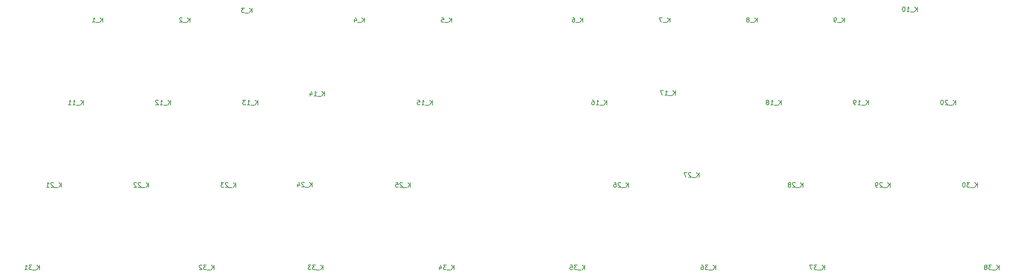
<source format=gbr>
G04 #@! TF.GenerationSoftware,KiCad,Pcbnew,5.1.6-c6e7f7d~87~ubuntu20.04.1*
G04 #@! TF.CreationDate,2021-06-15T12:00:34-07:00*
G04 #@! TF.ProjectId,ergo-Plate,6572676f-2d50-46c6-9174-652e6b696361,rev?*
G04 #@! TF.SameCoordinates,Original*
G04 #@! TF.FileFunction,Legend,Bot*
G04 #@! TF.FilePolarity,Positive*
%FSLAX46Y46*%
G04 Gerber Fmt 4.6, Leading zero omitted, Abs format (unit mm)*
G04 Created by KiCad (PCBNEW 5.1.6-c6e7f7d~87~ubuntu20.04.1) date 2021-06-15 12:00:34*
%MOMM*%
%LPD*%
G01*
G04 APERTURE LIST*
%ADD10C,0.150000*%
G04 APERTURE END LIST*
D10*
X216514798Y-30378660D02*
X216514798Y-29378660D01*
X215943369Y-30378660D02*
X216371940Y-29807232D01*
X215943369Y-29378660D02*
X216514798Y-29950089D01*
X215752893Y-30473899D02*
X214990988Y-30473899D01*
X214229083Y-30378660D02*
X214800512Y-30378660D01*
X214514798Y-30378660D02*
X214514798Y-29378660D01*
X214610036Y-29521518D01*
X214705274Y-29616756D01*
X214800512Y-29664375D01*
X213610036Y-29378660D02*
X213514798Y-29378660D01*
X213419560Y-29426280D01*
X213371940Y-29473899D01*
X213324321Y-29569137D01*
X213276702Y-29759613D01*
X213276702Y-29997708D01*
X213324321Y-30188184D01*
X213371940Y-30283422D01*
X213419560Y-30331041D01*
X213514798Y-30378660D01*
X213610036Y-30378660D01*
X213705274Y-30331041D01*
X213752893Y-30283422D01*
X213800512Y-30188184D01*
X213848131Y-29997708D01*
X213848131Y-29759613D01*
X213800512Y-29569137D01*
X213752893Y-29473899D01*
X213705274Y-29426280D01*
X213610036Y-29378660D01*
X234406558Y-86877700D02*
X234406558Y-85877700D01*
X233835129Y-86877700D02*
X234263700Y-86306272D01*
X233835129Y-85877700D02*
X234406558Y-86449129D01*
X233644653Y-86972939D02*
X232882748Y-86972939D01*
X232739891Y-85877700D02*
X232120843Y-85877700D01*
X232454177Y-86258653D01*
X232311320Y-86258653D01*
X232216081Y-86306272D01*
X232168462Y-86353891D01*
X232120843Y-86449129D01*
X232120843Y-86687224D01*
X232168462Y-86782462D01*
X232216081Y-86830081D01*
X232311320Y-86877700D01*
X232597034Y-86877700D01*
X232692272Y-86830081D01*
X232739891Y-86782462D01*
X231549415Y-86306272D02*
X231644653Y-86258653D01*
X231692272Y-86211034D01*
X231739891Y-86115796D01*
X231739891Y-86068177D01*
X231692272Y-85972939D01*
X231644653Y-85925320D01*
X231549415Y-85877700D01*
X231358939Y-85877700D01*
X231263700Y-85925320D01*
X231216081Y-85972939D01*
X231168462Y-86068177D01*
X231168462Y-86115796D01*
X231216081Y-86211034D01*
X231263700Y-86258653D01*
X231358939Y-86306272D01*
X231549415Y-86306272D01*
X231644653Y-86353891D01*
X231692272Y-86401510D01*
X231739891Y-86496748D01*
X231739891Y-86687224D01*
X231692272Y-86782462D01*
X231644653Y-86830081D01*
X231549415Y-86877700D01*
X231358939Y-86877700D01*
X231263700Y-86830081D01*
X231216081Y-86782462D01*
X231168462Y-86687224D01*
X231168462Y-86496748D01*
X231216081Y-86401510D01*
X231263700Y-86353891D01*
X231358939Y-86306272D01*
X86769098Y-86877700D02*
X86769098Y-85877700D01*
X86197669Y-86877700D02*
X86626240Y-86306272D01*
X86197669Y-85877700D02*
X86769098Y-86449129D01*
X86007193Y-86972939D02*
X85245288Y-86972939D01*
X85102431Y-85877700D02*
X84483383Y-85877700D01*
X84816717Y-86258653D01*
X84673860Y-86258653D01*
X84578621Y-86306272D01*
X84531002Y-86353891D01*
X84483383Y-86449129D01*
X84483383Y-86687224D01*
X84531002Y-86782462D01*
X84578621Y-86830081D01*
X84673860Y-86877700D01*
X84959574Y-86877700D01*
X85054812Y-86830081D01*
X85102431Y-86782462D01*
X84150050Y-85877700D02*
X83531002Y-85877700D01*
X83864336Y-86258653D01*
X83721479Y-86258653D01*
X83626240Y-86306272D01*
X83578621Y-86353891D01*
X83531002Y-86449129D01*
X83531002Y-86687224D01*
X83578621Y-86782462D01*
X83626240Y-86830081D01*
X83721479Y-86877700D01*
X84007193Y-86877700D01*
X84102431Y-86830081D01*
X84150050Y-86782462D01*
X24856558Y-86877700D02*
X24856558Y-85877700D01*
X24285129Y-86877700D02*
X24713700Y-86306272D01*
X24285129Y-85877700D02*
X24856558Y-86449129D01*
X24094653Y-86972939D02*
X23332748Y-86972939D01*
X23189891Y-85877700D02*
X22570843Y-85877700D01*
X22904177Y-86258653D01*
X22761320Y-86258653D01*
X22666081Y-86306272D01*
X22618462Y-86353891D01*
X22570843Y-86449129D01*
X22570843Y-86687224D01*
X22618462Y-86782462D01*
X22666081Y-86830081D01*
X22761320Y-86877700D01*
X23047034Y-86877700D01*
X23142272Y-86830081D01*
X23189891Y-86782462D01*
X21618462Y-86877700D02*
X22189891Y-86877700D01*
X21904177Y-86877700D02*
X21904177Y-85877700D01*
X21999415Y-86020558D01*
X22094653Y-86115796D01*
X22189891Y-86163415D01*
X72481558Y-50777700D02*
X72481558Y-49777700D01*
X71910129Y-50777700D02*
X72338700Y-50206272D01*
X71910129Y-49777700D02*
X72481558Y-50349129D01*
X71719653Y-50872939D02*
X70957748Y-50872939D01*
X70195843Y-50777700D02*
X70767272Y-50777700D01*
X70481558Y-50777700D02*
X70481558Y-49777700D01*
X70576796Y-49920558D01*
X70672034Y-50015796D01*
X70767272Y-50063415D01*
X69862510Y-49777700D02*
X69243462Y-49777700D01*
X69576796Y-50158653D01*
X69433939Y-50158653D01*
X69338700Y-50206272D01*
X69291081Y-50253891D01*
X69243462Y-50349129D01*
X69243462Y-50587224D01*
X69291081Y-50682462D01*
X69338700Y-50730081D01*
X69433939Y-50777700D01*
X69719653Y-50777700D01*
X69814891Y-50730081D01*
X69862510Y-50682462D01*
X162492867Y-32727700D02*
X162492867Y-31727700D01*
X161921439Y-32727700D02*
X162350010Y-32156272D01*
X161921439Y-31727700D02*
X162492867Y-32299129D01*
X161730962Y-32822939D02*
X160969058Y-32822939D01*
X160826200Y-31727700D02*
X160159534Y-31727700D01*
X160588105Y-32727700D01*
X224881558Y-50777700D02*
X224881558Y-49777700D01*
X224310129Y-50777700D02*
X224738700Y-50206272D01*
X224310129Y-49777700D02*
X224881558Y-50349129D01*
X224119653Y-50872939D02*
X223357748Y-50872939D01*
X223167272Y-49872939D02*
X223119653Y-49825320D01*
X223024415Y-49777700D01*
X222786320Y-49777700D01*
X222691081Y-49825320D01*
X222643462Y-49872939D01*
X222595843Y-49968177D01*
X222595843Y-50063415D01*
X222643462Y-50206272D01*
X223214891Y-50777700D01*
X222595843Y-50777700D01*
X221976796Y-49777700D02*
X221881558Y-49777700D01*
X221786320Y-49825320D01*
X221738700Y-49872939D01*
X221691081Y-49968177D01*
X221643462Y-50158653D01*
X221643462Y-50396748D01*
X221691081Y-50587224D01*
X221738700Y-50682462D01*
X221786320Y-50730081D01*
X221881558Y-50777700D01*
X221976796Y-50777700D01*
X222072034Y-50730081D01*
X222119653Y-50682462D01*
X222167272Y-50587224D01*
X222214891Y-50396748D01*
X222214891Y-50158653D01*
X222167272Y-49968177D01*
X222119653Y-49872939D01*
X222072034Y-49825320D01*
X221976796Y-49777700D01*
X196306558Y-86877700D02*
X196306558Y-85877700D01*
X195735129Y-86877700D02*
X196163700Y-86306272D01*
X195735129Y-85877700D02*
X196306558Y-86449129D01*
X195544653Y-86972939D02*
X194782748Y-86972939D01*
X194639891Y-85877700D02*
X194020843Y-85877700D01*
X194354177Y-86258653D01*
X194211320Y-86258653D01*
X194116081Y-86306272D01*
X194068462Y-86353891D01*
X194020843Y-86449129D01*
X194020843Y-86687224D01*
X194068462Y-86782462D01*
X194116081Y-86830081D01*
X194211320Y-86877700D01*
X194497034Y-86877700D01*
X194592272Y-86830081D01*
X194639891Y-86782462D01*
X193687510Y-85877700D02*
X193020843Y-85877700D01*
X193449415Y-86877700D01*
X172494058Y-86877700D02*
X172494058Y-85877700D01*
X171922629Y-86877700D02*
X172351200Y-86306272D01*
X171922629Y-85877700D02*
X172494058Y-86449129D01*
X171732153Y-86972939D02*
X170970248Y-86972939D01*
X170827391Y-85877700D02*
X170208343Y-85877700D01*
X170541677Y-86258653D01*
X170398820Y-86258653D01*
X170303581Y-86306272D01*
X170255962Y-86353891D01*
X170208343Y-86449129D01*
X170208343Y-86687224D01*
X170255962Y-86782462D01*
X170303581Y-86830081D01*
X170398820Y-86877700D01*
X170684534Y-86877700D01*
X170779772Y-86830081D01*
X170827391Y-86782462D01*
X169351200Y-85877700D02*
X169541677Y-85877700D01*
X169636915Y-85925320D01*
X169684534Y-85972939D01*
X169779772Y-86115796D01*
X169827391Y-86306272D01*
X169827391Y-86687224D01*
X169779772Y-86782462D01*
X169732153Y-86830081D01*
X169636915Y-86877700D01*
X169446439Y-86877700D01*
X169351200Y-86830081D01*
X169303581Y-86782462D01*
X169255962Y-86687224D01*
X169255962Y-86449129D01*
X169303581Y-86353891D01*
X169351200Y-86306272D01*
X169446439Y-86258653D01*
X169636915Y-86258653D01*
X169732153Y-86306272D01*
X169779772Y-86353891D01*
X169827391Y-86449129D01*
X143919098Y-86877700D02*
X143919098Y-85877700D01*
X143347669Y-86877700D02*
X143776240Y-86306272D01*
X143347669Y-85877700D02*
X143919098Y-86449129D01*
X143157193Y-86972939D02*
X142395288Y-86972939D01*
X142252431Y-85877700D02*
X141633383Y-85877700D01*
X141966717Y-86258653D01*
X141823860Y-86258653D01*
X141728621Y-86306272D01*
X141681002Y-86353891D01*
X141633383Y-86449129D01*
X141633383Y-86687224D01*
X141681002Y-86782462D01*
X141728621Y-86830081D01*
X141823860Y-86877700D01*
X142109574Y-86877700D01*
X142204812Y-86830081D01*
X142252431Y-86782462D01*
X140728621Y-85877700D02*
X141204812Y-85877700D01*
X141252431Y-86353891D01*
X141204812Y-86306272D01*
X141109574Y-86258653D01*
X140871479Y-86258653D01*
X140776240Y-86306272D01*
X140728621Y-86353891D01*
X140681002Y-86449129D01*
X140681002Y-86687224D01*
X140728621Y-86782462D01*
X140776240Y-86830081D01*
X140871479Y-86877700D01*
X141109574Y-86877700D01*
X141204812Y-86830081D01*
X141252431Y-86782462D01*
X115344098Y-86877700D02*
X115344098Y-85877700D01*
X114772669Y-86877700D02*
X115201240Y-86306272D01*
X114772669Y-85877700D02*
X115344098Y-86449129D01*
X114582193Y-86972939D02*
X113820288Y-86972939D01*
X113677431Y-85877700D02*
X113058383Y-85877700D01*
X113391717Y-86258653D01*
X113248860Y-86258653D01*
X113153621Y-86306272D01*
X113106002Y-86353891D01*
X113058383Y-86449129D01*
X113058383Y-86687224D01*
X113106002Y-86782462D01*
X113153621Y-86830081D01*
X113248860Y-86877700D01*
X113534574Y-86877700D01*
X113629812Y-86830081D01*
X113677431Y-86782462D01*
X112201240Y-86211034D02*
X112201240Y-86877700D01*
X112439336Y-85830081D02*
X112677431Y-86544367D01*
X112058383Y-86544367D01*
X62956598Y-86877700D02*
X62956598Y-85877700D01*
X62385169Y-86877700D02*
X62813740Y-86306272D01*
X62385169Y-85877700D02*
X62956598Y-86449129D01*
X62194693Y-86972939D02*
X61432788Y-86972939D01*
X61289931Y-85877700D02*
X60670883Y-85877700D01*
X61004217Y-86258653D01*
X60861360Y-86258653D01*
X60766121Y-86306272D01*
X60718502Y-86353891D01*
X60670883Y-86449129D01*
X60670883Y-86687224D01*
X60718502Y-86782462D01*
X60766121Y-86830081D01*
X60861360Y-86877700D01*
X61147074Y-86877700D01*
X61242312Y-86830081D01*
X61289931Y-86782462D01*
X60289931Y-85972939D02*
X60242312Y-85925320D01*
X60147074Y-85877700D01*
X59908979Y-85877700D01*
X59813740Y-85925320D01*
X59766121Y-85972939D01*
X59718502Y-86068177D01*
X59718502Y-86163415D01*
X59766121Y-86306272D01*
X60337550Y-86877700D01*
X59718502Y-86877700D01*
X229644058Y-68827700D02*
X229644058Y-67827700D01*
X229072629Y-68827700D02*
X229501200Y-68256272D01*
X229072629Y-67827700D02*
X229644058Y-68399129D01*
X228882153Y-68922939D02*
X228120248Y-68922939D01*
X227977391Y-67827700D02*
X227358343Y-67827700D01*
X227691677Y-68208653D01*
X227548820Y-68208653D01*
X227453581Y-68256272D01*
X227405962Y-68303891D01*
X227358343Y-68399129D01*
X227358343Y-68637224D01*
X227405962Y-68732462D01*
X227453581Y-68780081D01*
X227548820Y-68827700D01*
X227834534Y-68827700D01*
X227929772Y-68780081D01*
X227977391Y-68732462D01*
X226739296Y-67827700D02*
X226644058Y-67827700D01*
X226548820Y-67875320D01*
X226501200Y-67922939D01*
X226453581Y-68018177D01*
X226405962Y-68208653D01*
X226405962Y-68446748D01*
X226453581Y-68637224D01*
X226501200Y-68732462D01*
X226548820Y-68780081D01*
X226644058Y-68827700D01*
X226739296Y-68827700D01*
X226834534Y-68780081D01*
X226882153Y-68732462D01*
X226929772Y-68637224D01*
X226977391Y-68446748D01*
X226977391Y-68208653D01*
X226929772Y-68018177D01*
X226882153Y-67922939D01*
X226834534Y-67875320D01*
X226739296Y-67827700D01*
X210594058Y-68827700D02*
X210594058Y-67827700D01*
X210022629Y-68827700D02*
X210451200Y-68256272D01*
X210022629Y-67827700D02*
X210594058Y-68399129D01*
X209832153Y-68922939D02*
X209070248Y-68922939D01*
X208879772Y-67922939D02*
X208832153Y-67875320D01*
X208736915Y-67827700D01*
X208498820Y-67827700D01*
X208403581Y-67875320D01*
X208355962Y-67922939D01*
X208308343Y-68018177D01*
X208308343Y-68113415D01*
X208355962Y-68256272D01*
X208927391Y-68827700D01*
X208308343Y-68827700D01*
X207832153Y-68827700D02*
X207641677Y-68827700D01*
X207546439Y-68780081D01*
X207498820Y-68732462D01*
X207403581Y-68589605D01*
X207355962Y-68399129D01*
X207355962Y-68018177D01*
X207403581Y-67922939D01*
X207451200Y-67875320D01*
X207546439Y-67827700D01*
X207736915Y-67827700D01*
X207832153Y-67875320D01*
X207879772Y-67922939D01*
X207927391Y-68018177D01*
X207927391Y-68256272D01*
X207879772Y-68351510D01*
X207832153Y-68399129D01*
X207736915Y-68446748D01*
X207546439Y-68446748D01*
X207451200Y-68399129D01*
X207403581Y-68351510D01*
X207355962Y-68256272D01*
X191544058Y-68827700D02*
X191544058Y-67827700D01*
X190972629Y-68827700D02*
X191401200Y-68256272D01*
X190972629Y-67827700D02*
X191544058Y-68399129D01*
X190782153Y-68922939D02*
X190020248Y-68922939D01*
X189829772Y-67922939D02*
X189782153Y-67875320D01*
X189686915Y-67827700D01*
X189448820Y-67827700D01*
X189353581Y-67875320D01*
X189305962Y-67922939D01*
X189258343Y-68018177D01*
X189258343Y-68113415D01*
X189305962Y-68256272D01*
X189877391Y-68827700D01*
X189258343Y-68827700D01*
X188686915Y-68256272D02*
X188782153Y-68208653D01*
X188829772Y-68161034D01*
X188877391Y-68065796D01*
X188877391Y-68018177D01*
X188829772Y-67922939D01*
X188782153Y-67875320D01*
X188686915Y-67827700D01*
X188496439Y-67827700D01*
X188401200Y-67875320D01*
X188353581Y-67922939D01*
X188305962Y-68018177D01*
X188305962Y-68065796D01*
X188353581Y-68161034D01*
X188401200Y-68208653D01*
X188496439Y-68256272D01*
X188686915Y-68256272D01*
X188782153Y-68303891D01*
X188829772Y-68351510D01*
X188877391Y-68446748D01*
X188877391Y-68637224D01*
X188829772Y-68732462D01*
X188782153Y-68780081D01*
X188686915Y-68827700D01*
X188496439Y-68827700D01*
X188401200Y-68780081D01*
X188353581Y-68732462D01*
X188305962Y-68637224D01*
X188305962Y-68446748D01*
X188353581Y-68351510D01*
X188401200Y-68303891D01*
X188496439Y-68256272D01*
X168849158Y-66609220D02*
X168849158Y-65609220D01*
X168277729Y-66609220D02*
X168706300Y-66037792D01*
X168277729Y-65609220D02*
X168849158Y-66180649D01*
X168087253Y-66704459D02*
X167325348Y-66704459D01*
X167134872Y-65704459D02*
X167087253Y-65656840D01*
X166992015Y-65609220D01*
X166753920Y-65609220D01*
X166658681Y-65656840D01*
X166611062Y-65704459D01*
X166563443Y-65799697D01*
X166563443Y-65894935D01*
X166611062Y-66037792D01*
X167182491Y-66609220D01*
X166563443Y-66609220D01*
X166230110Y-65609220D02*
X165563443Y-65609220D01*
X165992015Y-66609220D01*
X153444058Y-68827700D02*
X153444058Y-67827700D01*
X152872629Y-68827700D02*
X153301200Y-68256272D01*
X152872629Y-67827700D02*
X153444058Y-68399129D01*
X152682153Y-68922939D02*
X151920248Y-68922939D01*
X151729772Y-67922939D02*
X151682153Y-67875320D01*
X151586915Y-67827700D01*
X151348820Y-67827700D01*
X151253581Y-67875320D01*
X151205962Y-67922939D01*
X151158343Y-68018177D01*
X151158343Y-68113415D01*
X151205962Y-68256272D01*
X151777391Y-68827700D01*
X151158343Y-68827700D01*
X150301200Y-67827700D02*
X150491677Y-67827700D01*
X150586915Y-67875320D01*
X150634534Y-67922939D01*
X150729772Y-68065796D01*
X150777391Y-68256272D01*
X150777391Y-68637224D01*
X150729772Y-68732462D01*
X150682153Y-68780081D01*
X150586915Y-68827700D01*
X150396439Y-68827700D01*
X150301200Y-68780081D01*
X150253581Y-68732462D01*
X150205962Y-68637224D01*
X150205962Y-68399129D01*
X150253581Y-68303891D01*
X150301200Y-68256272D01*
X150396439Y-68208653D01*
X150586915Y-68208653D01*
X150682153Y-68256272D01*
X150729772Y-68303891D01*
X150777391Y-68399129D01*
X105819058Y-68827700D02*
X105819058Y-67827700D01*
X105247629Y-68827700D02*
X105676200Y-68256272D01*
X105247629Y-67827700D02*
X105819058Y-68399129D01*
X105057153Y-68922939D02*
X104295248Y-68922939D01*
X104104772Y-67922939D02*
X104057153Y-67875320D01*
X103961915Y-67827700D01*
X103723820Y-67827700D01*
X103628581Y-67875320D01*
X103580962Y-67922939D01*
X103533343Y-68018177D01*
X103533343Y-68113415D01*
X103580962Y-68256272D01*
X104152391Y-68827700D01*
X103533343Y-68827700D01*
X102628581Y-67827700D02*
X103104772Y-67827700D01*
X103152391Y-68303891D01*
X103104772Y-68256272D01*
X103009534Y-68208653D01*
X102771439Y-68208653D01*
X102676200Y-68256272D01*
X102628581Y-68303891D01*
X102580962Y-68399129D01*
X102580962Y-68637224D01*
X102628581Y-68732462D01*
X102676200Y-68780081D01*
X102771439Y-68827700D01*
X103009534Y-68827700D01*
X103104772Y-68780081D01*
X103152391Y-68732462D01*
X84373838Y-68752980D02*
X84373838Y-67752980D01*
X83802409Y-68752980D02*
X84230980Y-68181552D01*
X83802409Y-67752980D02*
X84373838Y-68324409D01*
X83611933Y-68848219D02*
X82850028Y-68848219D01*
X82659552Y-67848219D02*
X82611933Y-67800600D01*
X82516695Y-67752980D01*
X82278600Y-67752980D01*
X82183361Y-67800600D01*
X82135742Y-67848219D01*
X82088123Y-67943457D01*
X82088123Y-68038695D01*
X82135742Y-68181552D01*
X82707171Y-68752980D01*
X82088123Y-68752980D01*
X81230980Y-68086314D02*
X81230980Y-68752980D01*
X81469076Y-67705361D02*
X81707171Y-68419647D01*
X81088123Y-68419647D01*
X67719058Y-68827700D02*
X67719058Y-67827700D01*
X67147629Y-68827700D02*
X67576200Y-68256272D01*
X67147629Y-67827700D02*
X67719058Y-68399129D01*
X66957153Y-68922939D02*
X66195248Y-68922939D01*
X66004772Y-67922939D02*
X65957153Y-67875320D01*
X65861915Y-67827700D01*
X65623820Y-67827700D01*
X65528581Y-67875320D01*
X65480962Y-67922939D01*
X65433343Y-68018177D01*
X65433343Y-68113415D01*
X65480962Y-68256272D01*
X66052391Y-68827700D01*
X65433343Y-68827700D01*
X65100010Y-67827700D02*
X64480962Y-67827700D01*
X64814296Y-68208653D01*
X64671439Y-68208653D01*
X64576200Y-68256272D01*
X64528581Y-68303891D01*
X64480962Y-68399129D01*
X64480962Y-68637224D01*
X64528581Y-68732462D01*
X64576200Y-68780081D01*
X64671439Y-68827700D01*
X64957153Y-68827700D01*
X65052391Y-68780081D01*
X65100010Y-68732462D01*
X48669058Y-68827700D02*
X48669058Y-67827700D01*
X48097629Y-68827700D02*
X48526200Y-68256272D01*
X48097629Y-67827700D02*
X48669058Y-68399129D01*
X47907153Y-68922939D02*
X47145248Y-68922939D01*
X46954772Y-67922939D02*
X46907153Y-67875320D01*
X46811915Y-67827700D01*
X46573820Y-67827700D01*
X46478581Y-67875320D01*
X46430962Y-67922939D01*
X46383343Y-68018177D01*
X46383343Y-68113415D01*
X46430962Y-68256272D01*
X47002391Y-68827700D01*
X46383343Y-68827700D01*
X46002391Y-67922939D02*
X45954772Y-67875320D01*
X45859534Y-67827700D01*
X45621439Y-67827700D01*
X45526200Y-67875320D01*
X45478581Y-67922939D01*
X45430962Y-68018177D01*
X45430962Y-68113415D01*
X45478581Y-68256272D01*
X46050010Y-68827700D01*
X45430962Y-68827700D01*
X29619058Y-68827700D02*
X29619058Y-67827700D01*
X29047629Y-68827700D02*
X29476200Y-68256272D01*
X29047629Y-67827700D02*
X29619058Y-68399129D01*
X28857153Y-68922939D02*
X28095248Y-68922939D01*
X27904772Y-67922939D02*
X27857153Y-67875320D01*
X27761915Y-67827700D01*
X27523820Y-67827700D01*
X27428581Y-67875320D01*
X27380962Y-67922939D01*
X27333343Y-68018177D01*
X27333343Y-68113415D01*
X27380962Y-68256272D01*
X27952391Y-68827700D01*
X27333343Y-68827700D01*
X26380962Y-68827700D02*
X26952391Y-68827700D01*
X26666677Y-68827700D02*
X26666677Y-67827700D01*
X26761915Y-67970558D01*
X26857153Y-68065796D01*
X26952391Y-68113415D01*
X205831558Y-50777700D02*
X205831558Y-49777700D01*
X205260129Y-50777700D02*
X205688700Y-50206272D01*
X205260129Y-49777700D02*
X205831558Y-50349129D01*
X205069653Y-50872939D02*
X204307748Y-50872939D01*
X203545843Y-50777700D02*
X204117272Y-50777700D01*
X203831558Y-50777700D02*
X203831558Y-49777700D01*
X203926796Y-49920558D01*
X204022034Y-50015796D01*
X204117272Y-50063415D01*
X203069653Y-50777700D02*
X202879177Y-50777700D01*
X202783939Y-50730081D01*
X202736320Y-50682462D01*
X202641081Y-50539605D01*
X202593462Y-50349129D01*
X202593462Y-49968177D01*
X202641081Y-49872939D01*
X202688700Y-49825320D01*
X202783939Y-49777700D01*
X202974415Y-49777700D01*
X203069653Y-49825320D01*
X203117272Y-49872939D01*
X203164891Y-49968177D01*
X203164891Y-50206272D01*
X203117272Y-50301510D01*
X203069653Y-50349129D01*
X202974415Y-50396748D01*
X202783939Y-50396748D01*
X202688700Y-50349129D01*
X202641081Y-50301510D01*
X202593462Y-50206272D01*
X186781558Y-50777700D02*
X186781558Y-49777700D01*
X186210129Y-50777700D02*
X186638700Y-50206272D01*
X186210129Y-49777700D02*
X186781558Y-50349129D01*
X186019653Y-50872939D02*
X185257748Y-50872939D01*
X184495843Y-50777700D02*
X185067272Y-50777700D01*
X184781558Y-50777700D02*
X184781558Y-49777700D01*
X184876796Y-49920558D01*
X184972034Y-50015796D01*
X185067272Y-50063415D01*
X183924415Y-50206272D02*
X184019653Y-50158653D01*
X184067272Y-50111034D01*
X184114891Y-50015796D01*
X184114891Y-49968177D01*
X184067272Y-49872939D01*
X184019653Y-49825320D01*
X183924415Y-49777700D01*
X183733939Y-49777700D01*
X183638700Y-49825320D01*
X183591081Y-49872939D01*
X183543462Y-49968177D01*
X183543462Y-50015796D01*
X183591081Y-50111034D01*
X183638700Y-50158653D01*
X183733939Y-50206272D01*
X183924415Y-50206272D01*
X184019653Y-50253891D01*
X184067272Y-50301510D01*
X184114891Y-50396748D01*
X184114891Y-50587224D01*
X184067272Y-50682462D01*
X184019653Y-50730081D01*
X183924415Y-50777700D01*
X183733939Y-50777700D01*
X183638700Y-50730081D01*
X183591081Y-50682462D01*
X183543462Y-50587224D01*
X183543462Y-50396748D01*
X183591081Y-50301510D01*
X183638700Y-50253891D01*
X183733939Y-50206272D01*
X163692958Y-48671740D02*
X163692958Y-47671740D01*
X163121529Y-48671740D02*
X163550100Y-48100312D01*
X163121529Y-47671740D02*
X163692958Y-48243169D01*
X162931053Y-48766979D02*
X162169148Y-48766979D01*
X161407243Y-48671740D02*
X161978672Y-48671740D01*
X161692958Y-48671740D02*
X161692958Y-47671740D01*
X161788196Y-47814598D01*
X161883434Y-47909836D01*
X161978672Y-47957455D01*
X161073910Y-47671740D02*
X160407243Y-47671740D01*
X160835815Y-48671740D01*
X148681558Y-50777700D02*
X148681558Y-49777700D01*
X148110129Y-50777700D02*
X148538700Y-50206272D01*
X148110129Y-49777700D02*
X148681558Y-50349129D01*
X147919653Y-50872939D02*
X147157748Y-50872939D01*
X146395843Y-50777700D02*
X146967272Y-50777700D01*
X146681558Y-50777700D02*
X146681558Y-49777700D01*
X146776796Y-49920558D01*
X146872034Y-50015796D01*
X146967272Y-50063415D01*
X145538700Y-49777700D02*
X145729177Y-49777700D01*
X145824415Y-49825320D01*
X145872034Y-49872939D01*
X145967272Y-50015796D01*
X146014891Y-50206272D01*
X146014891Y-50587224D01*
X145967272Y-50682462D01*
X145919653Y-50730081D01*
X145824415Y-50777700D01*
X145633939Y-50777700D01*
X145538700Y-50730081D01*
X145491081Y-50682462D01*
X145443462Y-50587224D01*
X145443462Y-50349129D01*
X145491081Y-50253891D01*
X145538700Y-50206272D01*
X145633939Y-50158653D01*
X145824415Y-50158653D01*
X145919653Y-50206272D01*
X145967272Y-50253891D01*
X146014891Y-50349129D01*
X110581558Y-50777700D02*
X110581558Y-49777700D01*
X110010129Y-50777700D02*
X110438700Y-50206272D01*
X110010129Y-49777700D02*
X110581558Y-50349129D01*
X109819653Y-50872939D02*
X109057748Y-50872939D01*
X108295843Y-50777700D02*
X108867272Y-50777700D01*
X108581558Y-50777700D02*
X108581558Y-49777700D01*
X108676796Y-49920558D01*
X108772034Y-50015796D01*
X108867272Y-50063415D01*
X107391081Y-49777700D02*
X107867272Y-49777700D01*
X107914891Y-50253891D01*
X107867272Y-50206272D01*
X107772034Y-50158653D01*
X107533939Y-50158653D01*
X107438700Y-50206272D01*
X107391081Y-50253891D01*
X107343462Y-50349129D01*
X107343462Y-50587224D01*
X107391081Y-50682462D01*
X107438700Y-50730081D01*
X107533939Y-50777700D01*
X107772034Y-50777700D01*
X107867272Y-50730081D01*
X107914891Y-50682462D01*
X87081478Y-48885100D02*
X87081478Y-47885100D01*
X86510049Y-48885100D02*
X86938620Y-48313672D01*
X86510049Y-47885100D02*
X87081478Y-48456529D01*
X86319573Y-48980339D02*
X85557668Y-48980339D01*
X84795763Y-48885100D02*
X85367192Y-48885100D01*
X85081478Y-48885100D02*
X85081478Y-47885100D01*
X85176716Y-48027958D01*
X85271954Y-48123196D01*
X85367192Y-48170815D01*
X83938620Y-48218434D02*
X83938620Y-48885100D01*
X84176716Y-47837481D02*
X84414811Y-48551767D01*
X83795763Y-48551767D01*
X53431558Y-50777700D02*
X53431558Y-49777700D01*
X52860129Y-50777700D02*
X53288700Y-50206272D01*
X52860129Y-49777700D02*
X53431558Y-50349129D01*
X52669653Y-50872939D02*
X51907748Y-50872939D01*
X51145843Y-50777700D02*
X51717272Y-50777700D01*
X51431558Y-50777700D02*
X51431558Y-49777700D01*
X51526796Y-49920558D01*
X51622034Y-50015796D01*
X51717272Y-50063415D01*
X50764891Y-49872939D02*
X50717272Y-49825320D01*
X50622034Y-49777700D01*
X50383939Y-49777700D01*
X50288700Y-49825320D01*
X50241081Y-49872939D01*
X50193462Y-49968177D01*
X50193462Y-50063415D01*
X50241081Y-50206272D01*
X50812510Y-50777700D01*
X50193462Y-50777700D01*
X34381558Y-50777700D02*
X34381558Y-49777700D01*
X33810129Y-50777700D02*
X34238700Y-50206272D01*
X33810129Y-49777700D02*
X34381558Y-50349129D01*
X33619653Y-50872939D02*
X32857748Y-50872939D01*
X32095843Y-50777700D02*
X32667272Y-50777700D01*
X32381558Y-50777700D02*
X32381558Y-49777700D01*
X32476796Y-49920558D01*
X32572034Y-50015796D01*
X32667272Y-50063415D01*
X31143462Y-50777700D02*
X31714891Y-50777700D01*
X31429177Y-50777700D02*
X31429177Y-49777700D01*
X31524415Y-49920558D01*
X31619653Y-50015796D01*
X31714891Y-50063415D01*
X200592867Y-32727700D02*
X200592867Y-31727700D01*
X200021439Y-32727700D02*
X200450010Y-32156272D01*
X200021439Y-31727700D02*
X200592867Y-32299129D01*
X199830962Y-32822939D02*
X199069058Y-32822939D01*
X198783343Y-32727700D02*
X198592867Y-32727700D01*
X198497629Y-32680081D01*
X198450010Y-32632462D01*
X198354772Y-32489605D01*
X198307153Y-32299129D01*
X198307153Y-31918177D01*
X198354772Y-31822939D01*
X198402391Y-31775320D01*
X198497629Y-31727700D01*
X198688105Y-31727700D01*
X198783343Y-31775320D01*
X198830962Y-31822939D01*
X198878581Y-31918177D01*
X198878581Y-32156272D01*
X198830962Y-32251510D01*
X198783343Y-32299129D01*
X198688105Y-32346748D01*
X198497629Y-32346748D01*
X198402391Y-32299129D01*
X198354772Y-32251510D01*
X198307153Y-32156272D01*
X181542867Y-32727700D02*
X181542867Y-31727700D01*
X180971439Y-32727700D02*
X181400010Y-32156272D01*
X180971439Y-31727700D02*
X181542867Y-32299129D01*
X180780962Y-32822939D02*
X180019058Y-32822939D01*
X179638105Y-32156272D02*
X179733343Y-32108653D01*
X179780962Y-32061034D01*
X179828581Y-31965796D01*
X179828581Y-31918177D01*
X179780962Y-31822939D01*
X179733343Y-31775320D01*
X179638105Y-31727700D01*
X179447629Y-31727700D01*
X179352391Y-31775320D01*
X179304772Y-31822939D01*
X179257153Y-31918177D01*
X179257153Y-31965796D01*
X179304772Y-32061034D01*
X179352391Y-32108653D01*
X179447629Y-32156272D01*
X179638105Y-32156272D01*
X179733343Y-32203891D01*
X179780962Y-32251510D01*
X179828581Y-32346748D01*
X179828581Y-32537224D01*
X179780962Y-32632462D01*
X179733343Y-32680081D01*
X179638105Y-32727700D01*
X179447629Y-32727700D01*
X179352391Y-32680081D01*
X179304772Y-32632462D01*
X179257153Y-32537224D01*
X179257153Y-32346748D01*
X179304772Y-32251510D01*
X179352391Y-32203891D01*
X179447629Y-32156272D01*
X143442867Y-32727700D02*
X143442867Y-31727700D01*
X142871439Y-32727700D02*
X143300010Y-32156272D01*
X142871439Y-31727700D02*
X143442867Y-32299129D01*
X142680962Y-32822939D02*
X141919058Y-32822939D01*
X141252391Y-31727700D02*
X141442867Y-31727700D01*
X141538105Y-31775320D01*
X141585724Y-31822939D01*
X141680962Y-31965796D01*
X141728581Y-32156272D01*
X141728581Y-32537224D01*
X141680962Y-32632462D01*
X141633343Y-32680081D01*
X141538105Y-32727700D01*
X141347629Y-32727700D01*
X141252391Y-32680081D01*
X141204772Y-32632462D01*
X141157153Y-32537224D01*
X141157153Y-32299129D01*
X141204772Y-32203891D01*
X141252391Y-32156272D01*
X141347629Y-32108653D01*
X141538105Y-32108653D01*
X141633343Y-32156272D01*
X141680962Y-32203891D01*
X141728581Y-32299129D01*
X114867867Y-32727700D02*
X114867867Y-31727700D01*
X114296439Y-32727700D02*
X114725010Y-32156272D01*
X114296439Y-31727700D02*
X114867867Y-32299129D01*
X114105962Y-32822939D02*
X113344058Y-32822939D01*
X112629772Y-31727700D02*
X113105962Y-31727700D01*
X113153581Y-32203891D01*
X113105962Y-32156272D01*
X113010724Y-32108653D01*
X112772629Y-32108653D01*
X112677391Y-32156272D01*
X112629772Y-32203891D01*
X112582153Y-32299129D01*
X112582153Y-32537224D01*
X112629772Y-32632462D01*
X112677391Y-32680081D01*
X112772629Y-32727700D01*
X113010724Y-32727700D01*
X113105962Y-32680081D01*
X113153581Y-32632462D01*
X95817867Y-32727700D02*
X95817867Y-31727700D01*
X95246439Y-32727700D02*
X95675010Y-32156272D01*
X95246439Y-31727700D02*
X95817867Y-32299129D01*
X95055962Y-32822939D02*
X94294058Y-32822939D01*
X93627391Y-32061034D02*
X93627391Y-32727700D01*
X93865486Y-31680081D02*
X94103581Y-32394367D01*
X93484534Y-32394367D01*
X71268767Y-30617420D02*
X71268767Y-29617420D01*
X70697339Y-30617420D02*
X71125910Y-30045992D01*
X70697339Y-29617420D02*
X71268767Y-30188849D01*
X70506862Y-30712659D02*
X69744958Y-30712659D01*
X69602100Y-29617420D02*
X68983053Y-29617420D01*
X69316386Y-29998373D01*
X69173529Y-29998373D01*
X69078291Y-30045992D01*
X69030672Y-30093611D01*
X68983053Y-30188849D01*
X68983053Y-30426944D01*
X69030672Y-30522182D01*
X69078291Y-30569801D01*
X69173529Y-30617420D01*
X69459243Y-30617420D01*
X69554481Y-30569801D01*
X69602100Y-30522182D01*
X57717867Y-32727700D02*
X57717867Y-31727700D01*
X57146439Y-32727700D02*
X57575010Y-32156272D01*
X57146439Y-31727700D02*
X57717867Y-32299129D01*
X56955962Y-32822939D02*
X56194058Y-32822939D01*
X56003581Y-31822939D02*
X55955962Y-31775320D01*
X55860724Y-31727700D01*
X55622629Y-31727700D01*
X55527391Y-31775320D01*
X55479772Y-31822939D01*
X55432153Y-31918177D01*
X55432153Y-32013415D01*
X55479772Y-32156272D01*
X56051200Y-32727700D01*
X55432153Y-32727700D01*
X38667867Y-32727700D02*
X38667867Y-31727700D01*
X38096439Y-32727700D02*
X38525010Y-32156272D01*
X38096439Y-31727700D02*
X38667867Y-32299129D01*
X37905962Y-32822939D02*
X37144058Y-32822939D01*
X36382153Y-32727700D02*
X36953581Y-32727700D01*
X36667867Y-32727700D02*
X36667867Y-31727700D01*
X36763105Y-31870558D01*
X36858343Y-31965796D01*
X36953581Y-32013415D01*
M02*

</source>
